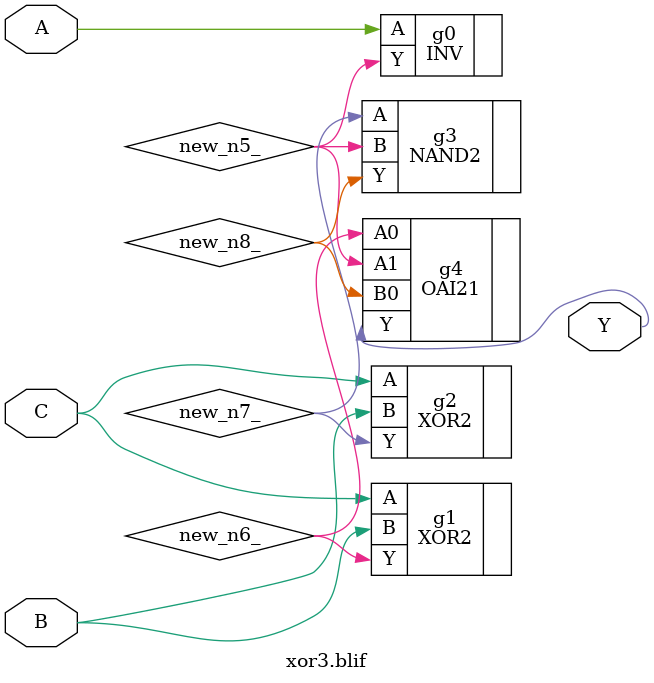
<source format=v>

module \xor3.blif  ( 
    A, B, C,
    Y  );
  input  A, B, C;
  output Y;
  wire new_n5_, new_n6_, new_n7_, new_n8_;
  INV    g0(.A(A), .Y(new_n5_));
  XOR2   g1(.A(C), .B(B), .Y(new_n6_));
  XOR2   g2(.A(C), .B(B), .Y(new_n7_));
  NAND2  g3(.A(new_n7_), .B(new_n5_), .Y(new_n8_));
  OAI21  g4(.A0(new_n6_), .A1(new_n5_), .B0(new_n8_), .Y(Y));
endmodule



</source>
